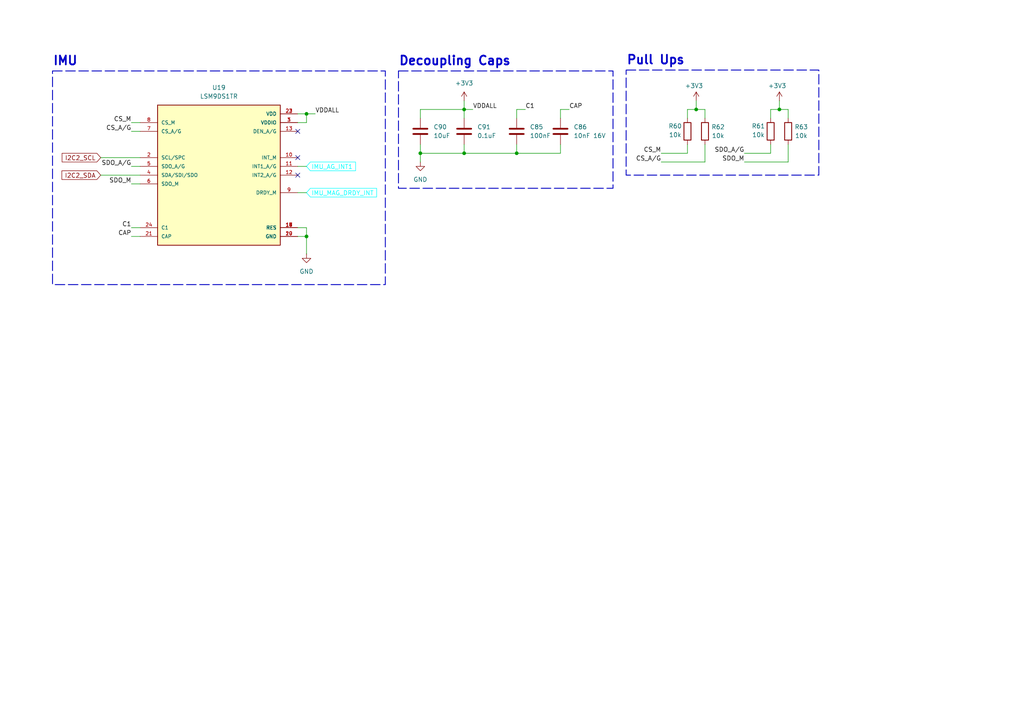
<source format=kicad_sch>
(kicad_sch (version 20250114) (generator "eeschema") (generator_version "9.0")
  (paper "A4")
  (title_block (title "HRVSTR") (date "2025-07-13") (rev "V1.0") (company "Smuggr"))
  (lib_symbols
    (symbol "Device:C" (pin_numbers (hide yes)) (pin_names (offset 0.254))
      (property "Reference" "C" (at 0.635 2.54 0))
      (property "Value" "C" (at 0.635 -2.54 0))
      (symbol "C_0_1"
        (polyline (pts (xy -2.032 0.762) (xy 2.032 0.762)) (stroke (width 0.508)))
        (polyline (pts (xy -2.032 -0.762) (xy 2.032 -0.762)) (stroke (width 0.508)))
      )
      (symbol "C_1_1"
        (pin passive line (at 0 3.81 270) (length 2.794) (name "~") (number "1"))
        (pin passive line (at 0 -3.81 90) (length 2.794) (name "~") (number "2"))
      )
    )
    (symbol "Device:R" (pin_numbers (hide yes)) (pin_names (offset 0))
      (property "Reference" "R" (at 2.032 0 90))
      (property "Value" "R" (at 0 0 90))
      (symbol "R_0_1"
        (rectangle (start -1.016 -2.54) (end 1.016 2.54) (stroke (width 0.254)))
      )
      (symbol "R_1_1"
        (pin passive line (at 0 3.81 270) (length 1.27) (name "~") (number "1"))
        (pin passive line (at 0 -3.81 90) (length 1.27) (name "~") (number "2"))
      )
    )
    (symbol "LSM9DS1:LSM9DS1" (pin_names (offset 1.016))
      (property "Reference" "U" (at -17.8152 20.8693 0))
      (property "Value" "LSM9DS1" (at -17.8196 -22.9109 0))
      (symbol "LSM9DS1_0_0"
        (rectangle (start -17.78 -20.32) (end 17.78 20.32) (stroke (width 0.254)) (fill (type background)))
        (pin input line (at -22.86 15.24 0) (length 5.08) (name "CS_M") (number "8"))
        (pin input line (at -22.86 12.7 0) (length 5.08) (name "CS_A/G") (number "7"))
        (pin input line (at -22.86 5.08 0) (length 5.08) (name "SCL/SPC") (number "2"))
        (pin output line (at -22.86 2.54 0) (length 5.08) (name "SDO_A/G") (number "5"))
        (pin bidirectional line (at -22.86 0 0) (length 5.08) (name "SDA/SDI/SDO") (number "4"))
        (pin bidirectional line (at -22.86 -2.54 0) (length 5.08) (name "SDO_M") (number "6"))
        (pin passive line (at -22.86 -15.24 0) (length 5.08) (name "C1") (number "24"))
        (pin passive line (at -22.86 -17.78 0) (length 5.08) (name "CAP") (number "21"))
        (pin power_in line (at 22.86 17.78 180) (length 5.08) (name "VDD") (number "22"))
        (pin power_in line (at 22.86 17.78 180) (length 5.08) (name "VDD") (number "23"))
        (pin power_in line (at 22.86 15.24 180) (length 5.08) (name "VDDIO") (number "1"))
        (pin power_in line (at 22.86 15.24 180) (length 5.08) (name "VDDIO") (number "3"))
        (pin input line (at 22.86 12.7 180) (length 5.08) (name "DEN_A/G") (number "13"))
        (pin output line (at 22.86 5.08 180) (length 5.08) (name "INT_M") (number "10"))
        (pin output line (at 22.86 2.54 180) (length 5.08) (name "INT1_A/G") (number "11"))
        (pin output line (at 22.86 0 180) (length 5.08) (name "INT2_A/G") (number "12"))
        (pin output line (at 22.86 -5.08 180) (length 5.08) (name "DRDY_M") (number "9"))
        (pin power_in line (at 22.86 -15.24 180) (length 5.08) (name "RES") (number "14"))
        (pin power_in line (at 22.86 -15.24 180) (length 5.08) (name "RES") (number "15"))
        (pin power_in line (at 22.86 -15.24 180) (length 5.08) (name "RES") (number "16"))
        (pin power_in line (at 22.86 -15.24 180) (length 5.08) (name "RES") (number "17"))
        (pin power_in line (at 22.86 -15.24 180) (length 5.08) (name "RES") (number "18"))
        (pin power_in line (at 22.86 -17.78 180) (length 5.08) (name "GND") (number "19"))
        (pin power_in line (at 22.86 -17.78 180) (length 5.08) (name "GND") (number "20"))
      )
    )
    (symbol "power:+3V3" (power) (pin_numbers (hide yes)) (pin_names (offset 0) (hide yes))
      (property "Value" "+3V3" (at 0 3.556 0))
      (symbol "+3V3_0_1"
        (polyline (pts (xy -0.762 1.27) (xy 0 2.54)))
        (polyline (pts (xy 0 2.54) (xy 0.762 1.27)))
        (polyline (pts (xy 0 0) (xy 0 2.54)))
      )
      (symbol "+3V3_1_1"
        (pin power_in line (at 0 0 90) (length 0) (name "~") (number "1"))
      )
    )
    (symbol "power:GND" (power) (pin_numbers (hide yes)) (pin_names (offset 0) (hide yes))
      (property "Value" "GND" (at 0 -3.81 0))
      (symbol "GND_0_1"
        (polyline (pts (xy 0 0) (xy 0 -1.27) (xy 1.27 -1.27) (xy 0 -2.54) (xy -1.27 -1.27) (xy 0 -1.27)))
      )
      (symbol "GND_1_1"
        (pin power_in line (at 0 0 270) (length 0) (name "~") (number "1"))
      )
    )
  )
  (rectangle (start 115.57 20.574) (end 177.8 54.61) (stroke (width 0.254) (type dash)))
  (rectangle (start 15.24 20.574) (end 111.76 82.55) (stroke (width 0.254) (type dash)))
  (rectangle (start 181.61 20.32) (end 237.49 50.8) (stroke (width 0.254) (type dash)))
  (text "IMU" (at 15.24 17.78 0) (effects (font (size 2.54 2.54) (thickness 0.508) (bold yes)) (justify left)))
  (text "Pull Ups" (at 181.61 17.526 0) (effects (font (size 2.54 2.54) (thickness 0.508) (bold yes)) (justify left)))
  (text "Decoupling Caps" (at 115.57 17.78 0) (effects (font (size 2.54 2.54) (thickness 0.508) (bold yes)) (justify left)))
  (junction (at 226.06 31.75))
  (junction (at 134.62 44.45))
  (junction (at 121.92 44.45))
  (junction (at 149.86 44.45))
  (junction (at 88.9 33.02))
  (junction (at 201.93 31.75))
  (junction (at 134.62 31.75))
  (junction (at 88.9 68.58))
  (no_connect (at 86.36 45.72))
  (no_connect (at 86.36 50.8))
  (no_connect (at 86.36 38.1))
  (wire (pts (xy 162.56 41.91) (xy 162.56 44.45)))
  (wire (pts (xy 40.64 68.58) (xy 38.1 68.58)))
  (wire (pts (xy 86.36 33.02) (xy 88.9 33.02)))
  (wire (pts (xy 40.64 53.34) (xy 38.1 53.34)))
  (wire (pts (xy 29.21 50.8) (xy 40.64 50.8)))
  (wire (pts (xy 86.36 35.56) (xy 88.9 35.56)))
  (wire (pts (xy 223.52 31.75) (xy 223.52 34.29)))
  (wire (pts (xy 201.93 31.75) (xy 199.39 31.75)))
  (wire (pts (xy 29.21 45.72) (xy 40.64 45.72)))
  (wire (pts (xy 88.9 55.88) (xy 86.36 55.88)))
  (wire (pts (xy 86.36 66.04) (xy 88.9 66.04)))
  (wire (pts (xy 149.86 34.29) (xy 149.86 31.75)))
  (wire (pts (xy 223.52 41.91) (xy 223.52 44.45)))
  (wire (pts (xy 228.6 31.75) (xy 228.6 34.29)))
  (wire (pts (xy 191.77 46.99) (xy 204.47 46.99)))
  (wire (pts (xy 199.39 44.45) (xy 191.77 44.45)))
  (wire (pts (xy 162.56 34.29) (xy 162.56 31.75)))
  (wire (pts (xy 199.39 41.91) (xy 199.39 44.45)))
  (wire (pts (xy 204.47 41.91) (xy 204.47 46.99)))
  (wire (pts (xy 134.62 34.29) (xy 134.62 31.75)))
  (wire (pts (xy 226.06 29.21) (xy 226.06 31.75)))
  (wire (pts (xy 88.9 35.56) (xy 88.9 33.02)))
  (wire (pts (xy 88.9 33.02) (xy 91.44 33.02)))
  (wire (pts (xy 121.92 31.75) (xy 134.62 31.75)))
  (wire (pts (xy 226.06 31.75) (xy 223.52 31.75)))
  (wire (pts (xy 121.92 46.99) (xy 121.92 44.45)))
  (wire (pts (xy 134.62 31.75) (xy 137.16 31.75)))
  (wire (pts (xy 88.9 48.26) (xy 86.36 48.26)))
  (wire (pts (xy 149.86 41.91) (xy 149.86 44.45)))
  (wire (pts (xy 86.36 68.58) (xy 88.9 68.58)))
  (wire (pts (xy 134.62 41.91) (xy 134.62 44.45)))
  (wire (pts (xy 149.86 44.45) (xy 134.62 44.45)))
  (wire (pts (xy 40.64 48.26) (xy 38.1 48.26)))
  (wire (pts (xy 162.56 31.75) (xy 165.1 31.75)))
  (wire (pts (xy 40.64 38.1) (xy 38.1 38.1)))
  (wire (pts (xy 121.92 44.45) (xy 134.62 44.45)))
  (wire (pts (xy 121.92 31.75) (xy 121.92 34.29)))
  (wire (pts (xy 204.47 31.75) (xy 204.47 34.29)))
  (wire (pts (xy 215.9 46.99) (xy 228.6 46.99)))
  (wire (pts (xy 134.62 29.21) (xy 134.62 31.75)))
  (wire (pts (xy 88.9 66.04) (xy 88.9 68.58)))
  (wire (pts (xy 199.39 31.75) (xy 199.39 34.29)))
  (wire (pts (xy 149.86 31.75) (xy 152.4 31.75)))
  (wire (pts (xy 228.6 31.75) (xy 226.06 31.75)))
  (wire (pts (xy 223.52 44.45) (xy 215.9 44.45)))
  (wire (pts (xy 40.64 66.04) (xy 38.1 66.04)))
  (wire (pts (xy 204.47 31.75) (xy 201.93 31.75)))
  (wire (pts (xy 228.6 41.91) (xy 228.6 46.99)))
  (wire (pts (xy 201.93 29.21) (xy 201.93 31.75)))
  (wire (pts (xy 162.56 44.45) (xy 149.86 44.45)))
  (wire (pts (xy 121.92 44.45) (xy 121.92 41.91)))
  (wire (pts (xy 40.64 35.56) (xy 38.1 35.56)))
  (wire (pts (xy 88.9 68.58) (xy 88.9 73.66)))
  (label "CS_A{slash}G" (at 191.77 46.99 180))
  (label "CS_M" (at 191.77 44.45 180))
  (label "SDO_A{slash}G" (at 38.1 48.26 180))
  (label "VDDALL" (at 137.16 31.75 0))
  (label "VDDALL" (at 91.44 33.02 0))
  (label "CAP" (at 165.1 31.75 0))
  (label "CS_A{slash}G" (at 38.1 38.1 180))
  (label "SDO_M" (at 215.9 46.99 180))
  (label "CS_M" (at 38.1 35.56 180))
  (label "SDO_A{slash}G" (at 215.9 44.45 180))
  (label "CAP" (at 38.1 68.58 180))
  (label "C1" (at 152.4 31.75 0))
  (label "C1" (at 38.1 66.04 180))
  (label "SDO_M" (at 38.1 53.34 180))
  (global_label "I2C2_SDA" (shape input) (at 29.21 50.8 180) (property "Intersheetrefs" "${INTERSHEET_REFS}" (effects (hide yes))))
  (global_label "I2C2_SCL" (shape input) (at 29.21 45.72 180) (property "Intersheetrefs" "${INTERSHEET_REFS}" (effects (hide yes))))
  (global_label "IMU_AG_INT1" (shape input) (at 88.9 48.26 0) (property "Intersheetrefs" "${INTERSHEET_REFS}" (effects (hide yes))))
  (global_label "IMU_MAG_DRDY_INT" (shape input) (at 88.9 55.88 0) (property "Intersheetrefs" "${INTERSHEET_REFS}" (effects (hide yes))))
  (symbol (lib_id "Device:R") (at 223.52 38.1 0) (mirror x) (unit 1)
    (property "Reference" "R61" (at 219.964 36.576 0))
    (property "Value" "10k" (at 219.964 39.116 0))
    (property "Description" "Resistor" (effects (hide yes)))
  )
  (symbol (lib_id "power:+3V3") (at 226.06 29.21 0) (unit 1)
    (property "Reference" "#PWR0147" (effects (hide yes)))
    (property "Value" "+3V3" (at 222.758 24.892 0) (effects (justify left)))
    (property "Description" "Power symbol creates a global label with name \"+3V3\"" (effects (hide yes)))
  )
  (symbol (lib_id "power:+3V3") (at 201.93 29.21 0) (unit 1)
    (property "Reference" "#PWR0107" (effects (hide yes)))
    (property "Value" "+3V3" (at 198.628 24.892 0) (effects (justify left)))
    (property "Description" "Power symbol creates a global label with name \"+3V3\"" (effects (hide yes)))
  )
  (symbol (lib_id "power:GND") (at 121.92 46.99 0) (unit 1)
    (property "Reference" "#PWR0106" (effects (hide yes)))
    (property "Value" "GND" (at 121.92 52.07 0))
    (property "Description" "Power symbol creates a global label with name \"GND\" , ground" (effects (hide yes)))
  )
  (symbol (lib_id "Device:C") (at 162.56 38.1 0) (unit 1)
    (property "Reference" "C86" (at 166.37 36.8299 0) (effects (justify left)))
    (property "Value" "10nF 16V" (at 166.37 39.3699 0) (effects (justify left)))
    (property "Description" "Unpolarized capacitor" (effects (hide yes)))
  )
  (symbol (lib_id "Device:C") (at 121.92 38.1 0) (unit 1)
    (property "Reference" "C90" (at 125.73 36.8299 0) (effects (justify left)))
    (property "Value" "10uF" (at 125.73 39.3699 0) (effects (justify left)))
    (property "Description" "Unpolarized capacitor" (effects (hide yes)))
  )
  (symbol (lib_id "LSM9DS1:LSM9DS1") (at 63.5 50.8 0) (unit 1)
    (property "Reference" "U19" (at 63.5 25.4 0))
    (property "Value" "LSM9DS1TR" (at 63.5 27.94 0))
    (property "Footprint" "LSM9DS1:PQFN24P43_350X300X102L35X23N" (effects (hide yes)))
    (property "Description" "Accelerometer + Gyroscope + Magnetometer" (effects (hide yes)))
    (property "MF" "STMicroelectronics" (effects (hide yes)))
    (property "DESCRIPTION" "iNEMO inertial module%3A 3D accelerometer%2C 3D gyroscope%2C 3D magnetometer" (effects (hide yes)))
    (property "PACKAGE" "None" (effects (hide yes)))
    (property "PRICE" "None" (effects (hide yes)))
    (property "Package" "TFLGA-24 STMicroelectronics" (effects (hide yes)))
    (property "Check_prices" "https://www.snapeda.com/parts/LSM9DS1/STMicroelectronics/view-part/?ref=eda" (effects (hide yes)))
    (property "Price" "None" (effects (hide yes)))
    (property "SnapEDA_Link" "https://www.snapeda.com/parts/LSM9DS1/STMicroelectronics/view-part/?ref=snap" (effects (hide yes)))
    (property "MP" "LSM9DS1" (effects (hide yes)))
    (property "Availability" "In Stock" (effects (hide yes)))
    (property "AVAILABILITY" "Unavailable" (effects (hide yes)))
    (property "Description_1" "Accelerometer, Gyroscope, Magnetometer, Temperature, 9 Axis Sensor I²C, SPI Output" (effects (hide yes)))
  )
  (symbol (lib_id "Device:C") (at 134.62 38.1 0) (unit 1)
    (property "Reference" "C91" (at 138.43 36.8299 0) (effects (justify left)))
    (property "Value" "0.1uF" (at 138.43 39.3699 0) (effects (justify left)))
    (property "Description" "Unpolarized capacitor" (effects (hide yes)))
  )
  (symbol (lib_id "power:+3V3") (at 134.62 29.21 0) (unit 1)
    (property "Reference" "#PWR0105" (effects (hide yes)))
    (property "Value" "+3V3" (at 134.62 24.13 0))
    (property "Description" "Power symbol creates a global label with name \"+3V3\"" (effects (hide yes)))
  )
  (symbol (lib_id "Device:R") (at 199.39 38.1 0) (mirror x) (unit 1)
    (property "Reference" "R60" (at 195.834 36.576 0))
    (property "Value" "10k" (at 195.834 39.116 0))
    (property "Description" "Resistor" (effects (hide yes)))
  )
  (symbol (lib_id "power:GND") (at 88.9 73.66 0) (unit 1)
    (property "Reference" "#PWR0150" (effects (hide yes)))
    (property "Value" "GND" (at 88.9 78.74 0))
    (property "Description" "Power symbol creates a global label with name \"GND\" , ground" (effects (hide yes)))
  )
  (symbol (lib_id "Device:C") (at 149.86 38.1 0) (unit 1)
    (property "Reference" "C85" (at 153.67 36.8299 0) (effects (justify left)))
    (property "Value" "100nF" (at 153.67 39.3699 0) (effects (justify left)))
    (property "Description" "Unpolarized capacitor" (effects (hide yes)))
  )
  (symbol (lib_id "Device:R") (at 204.47 38.1 180) (unit 1)
    (property "Reference" "R62" (at 208.28 36.83 0))
    (property "Value" "10k" (at 208.28 39.37 0))
    (property "Description" "Resistor" (effects (hide yes)))
  )
  (symbol (lib_id "Device:R") (at 228.6 38.1 180) (unit 1)
    (property "Reference" "R63" (at 232.41 36.83 0))
    (property "Value" "10k" (at 232.41 39.37 0))
    (property "Description" "Resistor" (effects (hide yes)))
  )
)
</source>
